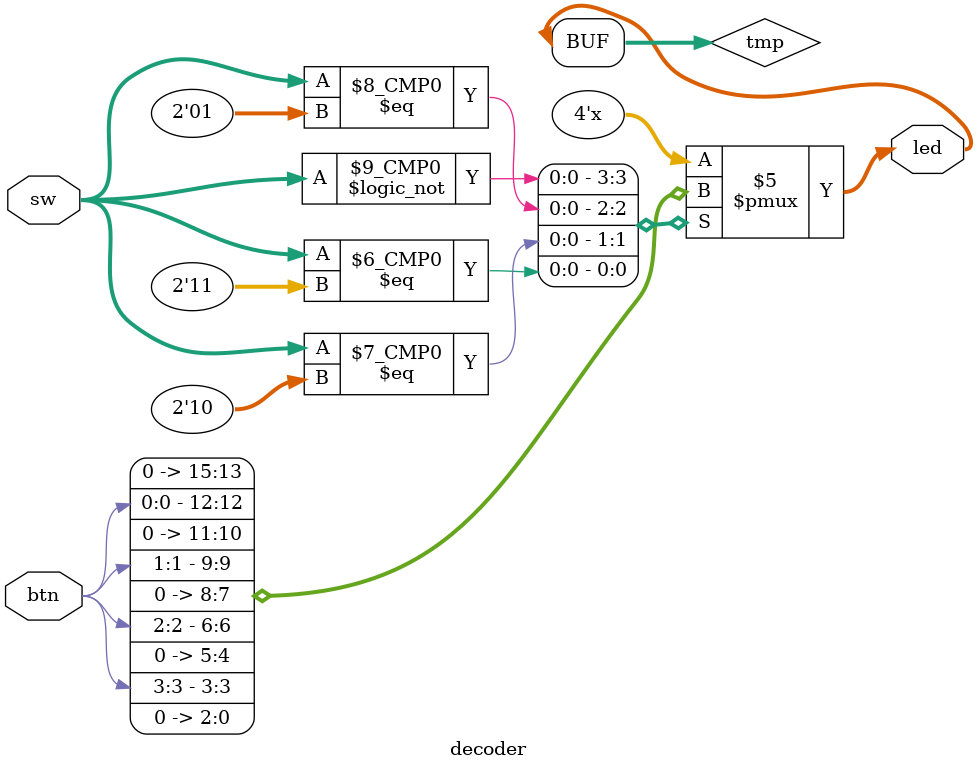
<source format=v>
`timescale 1ns / 1ps

module decoder(
	input [1:0] sw,
	input [3:0] btn,
	output [3:0] led
);

reg [3:0] tmp;

always @ (sw) begin
	case (sw)
		2'd0: tmp <= btn[0];
		2'd1: tmp <= btn[1] << 1;
		2'd2: tmp <= btn[2] << 2;
		2'd3: tmp <= btn[3] << 3;
		default: tmp <= 2'd0;
	endcase
end

assign led = tmp;

endmodule

</source>
